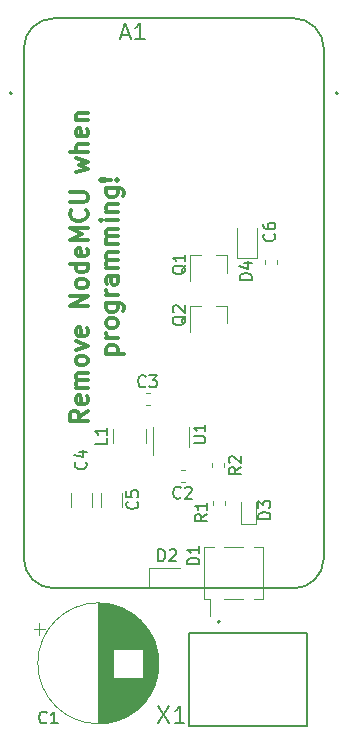
<source format=gto>
G04 #@! TF.GenerationSoftware,KiCad,Pcbnew,5.1.5+dfsg1-2build2*
G04 #@! TF.CreationDate,2022-10-24T00:29:02+02:00*
G04 #@! TF.ProjectId,MBus_to_radio,4d427573-5f74-46f5-9f72-6164696f2e6b,rev?*
G04 #@! TF.SameCoordinates,Original*
G04 #@! TF.FileFunction,Legend,Top*
G04 #@! TF.FilePolarity,Positive*
%FSLAX46Y46*%
G04 Gerber Fmt 4.6, Leading zero omitted, Abs format (unit mm)*
G04 Created by KiCad (PCBNEW 5.1.5+dfsg1-2build2) date 2022-10-24 00:29:02*
%MOMM*%
%LPD*%
G04 APERTURE LIST*
%ADD10C,0.300000*%
%ADD11C,0.200000*%
%ADD12C,0.127000*%
%ADD13C,0.120000*%
%ADD14C,0.150000*%
%ADD15C,2.202000*%
%ADD16R,2.202000X2.202000*%
%ADD17R,0.752000X1.322000*%
%ADD18C,0.100000*%
%ADD19R,0.902000X1.002000*%
%ADD20R,0.552000X0.702000*%
%ADD21R,0.802000X0.702000*%
%ADD22R,0.702000X0.552000*%
%ADD23R,0.902000X1.102000*%
%ADD24C,2.102000*%
%ADD25R,2.102000X2.102000*%
%ADD26C,3.302000*%
%ADD27C,2.032000*%
%ADD28R,2.032000X2.032000*%
G04 APERTURE END LIST*
D10*
X101917971Y-89102471D02*
X101203685Y-89602471D01*
X101917971Y-89959614D02*
X100417971Y-89959614D01*
X100417971Y-89388185D01*
X100489400Y-89245328D01*
X100560828Y-89173900D01*
X100703685Y-89102471D01*
X100917971Y-89102471D01*
X101060828Y-89173900D01*
X101132257Y-89245328D01*
X101203685Y-89388185D01*
X101203685Y-89959614D01*
X101846542Y-87888185D02*
X101917971Y-88031042D01*
X101917971Y-88316757D01*
X101846542Y-88459614D01*
X101703685Y-88531042D01*
X101132257Y-88531042D01*
X100989400Y-88459614D01*
X100917971Y-88316757D01*
X100917971Y-88031042D01*
X100989400Y-87888185D01*
X101132257Y-87816757D01*
X101275114Y-87816757D01*
X101417971Y-88531042D01*
X101917971Y-87173900D02*
X100917971Y-87173900D01*
X101060828Y-87173900D02*
X100989400Y-87102471D01*
X100917971Y-86959614D01*
X100917971Y-86745328D01*
X100989400Y-86602471D01*
X101132257Y-86531042D01*
X101917971Y-86531042D01*
X101132257Y-86531042D02*
X100989400Y-86459614D01*
X100917971Y-86316757D01*
X100917971Y-86102471D01*
X100989400Y-85959614D01*
X101132257Y-85888185D01*
X101917971Y-85888185D01*
X101917971Y-84959614D02*
X101846542Y-85102471D01*
X101775114Y-85173900D01*
X101632257Y-85245328D01*
X101203685Y-85245328D01*
X101060828Y-85173900D01*
X100989400Y-85102471D01*
X100917971Y-84959614D01*
X100917971Y-84745328D01*
X100989400Y-84602471D01*
X101060828Y-84531042D01*
X101203685Y-84459614D01*
X101632257Y-84459614D01*
X101775114Y-84531042D01*
X101846542Y-84602471D01*
X101917971Y-84745328D01*
X101917971Y-84959614D01*
X100917971Y-83959614D02*
X101917971Y-83602471D01*
X100917971Y-83245328D01*
X101846542Y-82102471D02*
X101917971Y-82245328D01*
X101917971Y-82531042D01*
X101846542Y-82673900D01*
X101703685Y-82745328D01*
X101132257Y-82745328D01*
X100989400Y-82673900D01*
X100917971Y-82531042D01*
X100917971Y-82245328D01*
X100989400Y-82102471D01*
X101132257Y-82031042D01*
X101275114Y-82031042D01*
X101417971Y-82745328D01*
X101917971Y-80245328D02*
X100417971Y-80245328D01*
X101917971Y-79388185D01*
X100417971Y-79388185D01*
X101917971Y-78459614D02*
X101846542Y-78602471D01*
X101775114Y-78673900D01*
X101632257Y-78745328D01*
X101203685Y-78745328D01*
X101060828Y-78673900D01*
X100989400Y-78602471D01*
X100917971Y-78459614D01*
X100917971Y-78245328D01*
X100989400Y-78102471D01*
X101060828Y-78031042D01*
X101203685Y-77959614D01*
X101632257Y-77959614D01*
X101775114Y-78031042D01*
X101846542Y-78102471D01*
X101917971Y-78245328D01*
X101917971Y-78459614D01*
X101917971Y-76673900D02*
X100417971Y-76673900D01*
X101846542Y-76673900D02*
X101917971Y-76816757D01*
X101917971Y-77102471D01*
X101846542Y-77245328D01*
X101775114Y-77316757D01*
X101632257Y-77388185D01*
X101203685Y-77388185D01*
X101060828Y-77316757D01*
X100989400Y-77245328D01*
X100917971Y-77102471D01*
X100917971Y-76816757D01*
X100989400Y-76673900D01*
X101846542Y-75388185D02*
X101917971Y-75531042D01*
X101917971Y-75816757D01*
X101846542Y-75959614D01*
X101703685Y-76031042D01*
X101132257Y-76031042D01*
X100989400Y-75959614D01*
X100917971Y-75816757D01*
X100917971Y-75531042D01*
X100989400Y-75388185D01*
X101132257Y-75316757D01*
X101275114Y-75316757D01*
X101417971Y-76031042D01*
X101917971Y-74673900D02*
X100417971Y-74673900D01*
X101489400Y-74173900D01*
X100417971Y-73673900D01*
X101917971Y-73673900D01*
X101775114Y-72102471D02*
X101846542Y-72173900D01*
X101917971Y-72388185D01*
X101917971Y-72531042D01*
X101846542Y-72745328D01*
X101703685Y-72888185D01*
X101560828Y-72959614D01*
X101275114Y-73031042D01*
X101060828Y-73031042D01*
X100775114Y-72959614D01*
X100632257Y-72888185D01*
X100489400Y-72745328D01*
X100417971Y-72531042D01*
X100417971Y-72388185D01*
X100489400Y-72173900D01*
X100560828Y-72102471D01*
X100417971Y-71459614D02*
X101632257Y-71459614D01*
X101775114Y-71388185D01*
X101846542Y-71316757D01*
X101917971Y-71173900D01*
X101917971Y-70888185D01*
X101846542Y-70745328D01*
X101775114Y-70673900D01*
X101632257Y-70602471D01*
X100417971Y-70602471D01*
X100917971Y-68888185D02*
X101917971Y-68602471D01*
X101203685Y-68316757D01*
X101917971Y-68031042D01*
X100917971Y-67745328D01*
X101917971Y-67173900D02*
X100417971Y-67173900D01*
X101917971Y-66531042D02*
X101132257Y-66531042D01*
X100989400Y-66602471D01*
X100917971Y-66745328D01*
X100917971Y-66959614D01*
X100989400Y-67102471D01*
X101060828Y-67173900D01*
X101846542Y-65245328D02*
X101917971Y-65388185D01*
X101917971Y-65673900D01*
X101846542Y-65816757D01*
X101703685Y-65888185D01*
X101132257Y-65888185D01*
X100989400Y-65816757D01*
X100917971Y-65673900D01*
X100917971Y-65388185D01*
X100989400Y-65245328D01*
X101132257Y-65173900D01*
X101275114Y-65173900D01*
X101417971Y-65888185D01*
X100917971Y-64531042D02*
X101917971Y-64531042D01*
X101060828Y-64531042D02*
X100989400Y-64459614D01*
X100917971Y-64316757D01*
X100917971Y-64102471D01*
X100989400Y-63959614D01*
X101132257Y-63888185D01*
X101917971Y-63888185D01*
X103467971Y-84281042D02*
X104967971Y-84281042D01*
X103539400Y-84281042D02*
X103467971Y-84138185D01*
X103467971Y-83852471D01*
X103539400Y-83709614D01*
X103610828Y-83638185D01*
X103753685Y-83566757D01*
X104182257Y-83566757D01*
X104325114Y-83638185D01*
X104396542Y-83709614D01*
X104467971Y-83852471D01*
X104467971Y-84138185D01*
X104396542Y-84281042D01*
X104467971Y-82923900D02*
X103467971Y-82923900D01*
X103753685Y-82923900D02*
X103610828Y-82852471D01*
X103539400Y-82781042D01*
X103467971Y-82638185D01*
X103467971Y-82495328D01*
X104467971Y-81781042D02*
X104396542Y-81923900D01*
X104325114Y-81995328D01*
X104182257Y-82066757D01*
X103753685Y-82066757D01*
X103610828Y-81995328D01*
X103539400Y-81923900D01*
X103467971Y-81781042D01*
X103467971Y-81566757D01*
X103539400Y-81423900D01*
X103610828Y-81352471D01*
X103753685Y-81281042D01*
X104182257Y-81281042D01*
X104325114Y-81352471D01*
X104396542Y-81423900D01*
X104467971Y-81566757D01*
X104467971Y-81781042D01*
X103467971Y-79995328D02*
X104682257Y-79995328D01*
X104825114Y-80066757D01*
X104896542Y-80138185D01*
X104967971Y-80281042D01*
X104967971Y-80495328D01*
X104896542Y-80638185D01*
X104396542Y-79995328D02*
X104467971Y-80138185D01*
X104467971Y-80423900D01*
X104396542Y-80566757D01*
X104325114Y-80638185D01*
X104182257Y-80709614D01*
X103753685Y-80709614D01*
X103610828Y-80638185D01*
X103539400Y-80566757D01*
X103467971Y-80423900D01*
X103467971Y-80138185D01*
X103539400Y-79995328D01*
X104467971Y-79281042D02*
X103467971Y-79281042D01*
X103753685Y-79281042D02*
X103610828Y-79209614D01*
X103539400Y-79138185D01*
X103467971Y-78995328D01*
X103467971Y-78852471D01*
X104467971Y-77709614D02*
X103682257Y-77709614D01*
X103539400Y-77781042D01*
X103467971Y-77923900D01*
X103467971Y-78209614D01*
X103539400Y-78352471D01*
X104396542Y-77709614D02*
X104467971Y-77852471D01*
X104467971Y-78209614D01*
X104396542Y-78352471D01*
X104253685Y-78423900D01*
X104110828Y-78423900D01*
X103967971Y-78352471D01*
X103896542Y-78209614D01*
X103896542Y-77852471D01*
X103825114Y-77709614D01*
X104467971Y-76995328D02*
X103467971Y-76995328D01*
X103610828Y-76995328D02*
X103539400Y-76923900D01*
X103467971Y-76781042D01*
X103467971Y-76566757D01*
X103539400Y-76423900D01*
X103682257Y-76352471D01*
X104467971Y-76352471D01*
X103682257Y-76352471D02*
X103539400Y-76281042D01*
X103467971Y-76138185D01*
X103467971Y-75923900D01*
X103539400Y-75781042D01*
X103682257Y-75709614D01*
X104467971Y-75709614D01*
X104467971Y-74995328D02*
X103467971Y-74995328D01*
X103610828Y-74995328D02*
X103539400Y-74923900D01*
X103467971Y-74781042D01*
X103467971Y-74566757D01*
X103539400Y-74423900D01*
X103682257Y-74352471D01*
X104467971Y-74352471D01*
X103682257Y-74352471D02*
X103539400Y-74281042D01*
X103467971Y-74138185D01*
X103467971Y-73923900D01*
X103539400Y-73781042D01*
X103682257Y-73709614D01*
X104467971Y-73709614D01*
X104467971Y-72995328D02*
X103467971Y-72995328D01*
X102967971Y-72995328D02*
X103039400Y-73066757D01*
X103110828Y-72995328D01*
X103039400Y-72923900D01*
X102967971Y-72995328D01*
X103110828Y-72995328D01*
X103467971Y-72281042D02*
X104467971Y-72281042D01*
X103610828Y-72281042D02*
X103539400Y-72209614D01*
X103467971Y-72066757D01*
X103467971Y-71852471D01*
X103539400Y-71709614D01*
X103682257Y-71638185D01*
X104467971Y-71638185D01*
X103467971Y-70281042D02*
X104682257Y-70281042D01*
X104825114Y-70352471D01*
X104896542Y-70423900D01*
X104967971Y-70566757D01*
X104967971Y-70781042D01*
X104896542Y-70923900D01*
X104396542Y-70281042D02*
X104467971Y-70423900D01*
X104467971Y-70709614D01*
X104396542Y-70852471D01*
X104325114Y-70923900D01*
X104182257Y-70995328D01*
X103753685Y-70995328D01*
X103610828Y-70923900D01*
X103539400Y-70852471D01*
X103467971Y-70709614D01*
X103467971Y-70423900D01*
X103539400Y-70281042D01*
X104325114Y-69566757D02*
X104396542Y-69495328D01*
X104467971Y-69566757D01*
X104396542Y-69638185D01*
X104325114Y-69566757D01*
X104467971Y-69566757D01*
X103896542Y-69566757D02*
X103039400Y-69638185D01*
X102967971Y-69566757D01*
X103039400Y-69495328D01*
X103896542Y-69566757D01*
X102967971Y-69566757D01*
D11*
X113130000Y-106960000D02*
G75*
G03X113130000Y-106960000I-100000J0D01*
G01*
D12*
X120530000Y-115760000D02*
X110530000Y-115760000D01*
X110530000Y-107960000D02*
X120530000Y-107960000D01*
X120530000Y-107960000D02*
X120530000Y-115760000D01*
X110530000Y-115760000D02*
X110530000Y-107960000D01*
D13*
X107481400Y-90447600D02*
X107481400Y-92877600D01*
X110551400Y-92207600D02*
X110551400Y-90447600D01*
X112494600Y-93563121D02*
X112494600Y-93888679D01*
X113514600Y-93563121D02*
X113514600Y-93888679D01*
X112520000Y-96788921D02*
X112520000Y-97114479D01*
X113540000Y-96788921D02*
X113540000Y-97114479D01*
X113759100Y-80240600D02*
X113759100Y-81700600D01*
X110599100Y-80240600D02*
X110599100Y-82400600D01*
X110599100Y-80240600D02*
X111529100Y-80240600D01*
X113759100Y-80240600D02*
X112829100Y-80240600D01*
X113759100Y-75944700D02*
X113759100Y-77404700D01*
X110599100Y-75944700D02*
X110599100Y-78104700D01*
X110599100Y-75944700D02*
X111529100Y-75944700D01*
X113759100Y-75944700D02*
X112829100Y-75944700D01*
X104113500Y-90657136D02*
X104113500Y-91861264D01*
X106833500Y-90657136D02*
X106833500Y-91861264D01*
X114567600Y-76188700D02*
X114567600Y-73638700D01*
X116267600Y-76188700D02*
X116267600Y-73638700D01*
X114567600Y-76188700D02*
X116267600Y-76188700D01*
X116144600Y-96821800D02*
X116144600Y-98671800D01*
X114944600Y-96821800D02*
X114944600Y-98671800D01*
X114944600Y-98671800D02*
X116144600Y-98671800D01*
X107161200Y-102388300D02*
X109711200Y-102388300D01*
X107161200Y-104088300D02*
X109711200Y-104088300D01*
X107161200Y-102388300D02*
X107161200Y-104088300D01*
X116800000Y-105070000D02*
X116000000Y-105070000D01*
X116800000Y-100670000D02*
X116800000Y-105070000D01*
X116000000Y-100670000D02*
X116800000Y-100670000D01*
X111800000Y-100670000D02*
X111800000Y-105070000D01*
X112600000Y-100670000D02*
X111800000Y-100670000D01*
X113500000Y-105070000D02*
X115100000Y-105070000D01*
X113500000Y-100670000D02*
X115100000Y-100670000D01*
X112300000Y-105070000D02*
X112300000Y-106470000D01*
X111800000Y-105070000D02*
X112300000Y-105070000D01*
X117934200Y-76667679D02*
X117934200Y-76342121D01*
X116914200Y-76667679D02*
X116914200Y-76342121D01*
X103026800Y-96041936D02*
X103026800Y-97246064D01*
X104846800Y-96041936D02*
X104846800Y-97246064D01*
X100512200Y-96041936D02*
X100512200Y-97246064D01*
X102332200Y-96041936D02*
X102332200Y-97246064D01*
X107223879Y-87577200D02*
X106898321Y-87577200D01*
X107223879Y-88597200D02*
X106898321Y-88597200D01*
X110132179Y-94155800D02*
X109806621Y-94155800D01*
X110132179Y-95175800D02*
X109806621Y-95175800D01*
X97850354Y-107115000D02*
X97850354Y-108115000D01*
X97350354Y-107615000D02*
X98350354Y-107615000D01*
X107911000Y-109891000D02*
X107911000Y-111089000D01*
X107871000Y-109628000D02*
X107871000Y-111352000D01*
X107831000Y-109428000D02*
X107831000Y-111552000D01*
X107791000Y-109260000D02*
X107791000Y-111720000D01*
X107751000Y-109112000D02*
X107751000Y-111868000D01*
X107711000Y-108980000D02*
X107711000Y-112000000D01*
X107671000Y-108860000D02*
X107671000Y-112120000D01*
X107631000Y-108748000D02*
X107631000Y-112232000D01*
X107591000Y-108644000D02*
X107591000Y-112336000D01*
X107551000Y-108546000D02*
X107551000Y-112434000D01*
X107511000Y-108453000D02*
X107511000Y-112527000D01*
X107471000Y-108365000D02*
X107471000Y-112615000D01*
X107431000Y-108281000D02*
X107431000Y-112699000D01*
X107391000Y-108201000D02*
X107391000Y-112779000D01*
X107351000Y-108125000D02*
X107351000Y-112855000D01*
X107311000Y-108051000D02*
X107311000Y-112929000D01*
X107271000Y-107980000D02*
X107271000Y-113000000D01*
X107231000Y-107911000D02*
X107231000Y-113069000D01*
X107191000Y-107845000D02*
X107191000Y-113135000D01*
X107151000Y-107781000D02*
X107151000Y-113199000D01*
X107111000Y-107720000D02*
X107111000Y-113260000D01*
X107071000Y-107660000D02*
X107071000Y-113320000D01*
X107031000Y-107601000D02*
X107031000Y-113379000D01*
X106991000Y-107545000D02*
X106991000Y-113435000D01*
X106951000Y-107490000D02*
X106951000Y-113490000D01*
X106911000Y-107436000D02*
X106911000Y-113544000D01*
X106871000Y-107384000D02*
X106871000Y-113596000D01*
X106831000Y-107334000D02*
X106831000Y-113646000D01*
X106791000Y-107284000D02*
X106791000Y-113696000D01*
X106751000Y-107236000D02*
X106751000Y-113744000D01*
X106711000Y-107189000D02*
X106711000Y-113791000D01*
X106671000Y-107143000D02*
X106671000Y-113837000D01*
X106631000Y-107098000D02*
X106631000Y-113882000D01*
X106591000Y-107054000D02*
X106591000Y-113926000D01*
X106551000Y-111731000D02*
X106551000Y-113968000D01*
X106551000Y-107012000D02*
X106551000Y-109249000D01*
X106511000Y-111731000D02*
X106511000Y-114010000D01*
X106511000Y-106970000D02*
X106511000Y-109249000D01*
X106471000Y-111731000D02*
X106471000Y-114051000D01*
X106471000Y-106929000D02*
X106471000Y-109249000D01*
X106431000Y-111731000D02*
X106431000Y-114091000D01*
X106431000Y-106889000D02*
X106431000Y-109249000D01*
X106391000Y-111731000D02*
X106391000Y-114130000D01*
X106391000Y-106850000D02*
X106391000Y-109249000D01*
X106351000Y-111731000D02*
X106351000Y-114169000D01*
X106351000Y-106811000D02*
X106351000Y-109249000D01*
X106311000Y-111731000D02*
X106311000Y-114206000D01*
X106311000Y-106774000D02*
X106311000Y-109249000D01*
X106271000Y-111731000D02*
X106271000Y-114243000D01*
X106271000Y-106737000D02*
X106271000Y-109249000D01*
X106231000Y-111731000D02*
X106231000Y-114279000D01*
X106231000Y-106701000D02*
X106231000Y-109249000D01*
X106191000Y-111731000D02*
X106191000Y-114314000D01*
X106191000Y-106666000D02*
X106191000Y-109249000D01*
X106151000Y-111731000D02*
X106151000Y-114348000D01*
X106151000Y-106632000D02*
X106151000Y-109249000D01*
X106111000Y-111731000D02*
X106111000Y-114382000D01*
X106111000Y-106598000D02*
X106111000Y-109249000D01*
X106071000Y-111731000D02*
X106071000Y-114415000D01*
X106071000Y-106565000D02*
X106071000Y-109249000D01*
X106031000Y-111731000D02*
X106031000Y-114447000D01*
X106031000Y-106533000D02*
X106031000Y-109249000D01*
X105991000Y-111731000D02*
X105991000Y-114479000D01*
X105991000Y-106501000D02*
X105991000Y-109249000D01*
X105951000Y-111731000D02*
X105951000Y-114510000D01*
X105951000Y-106470000D02*
X105951000Y-109249000D01*
X105911000Y-111731000D02*
X105911000Y-114540000D01*
X105911000Y-106440000D02*
X105911000Y-109249000D01*
X105871000Y-111731000D02*
X105871000Y-114570000D01*
X105871000Y-106410000D02*
X105871000Y-109249000D01*
X105831000Y-111731000D02*
X105831000Y-114600000D01*
X105831000Y-106380000D02*
X105831000Y-109249000D01*
X105791000Y-111731000D02*
X105791000Y-114628000D01*
X105791000Y-106352000D02*
X105791000Y-109249000D01*
X105751000Y-111731000D02*
X105751000Y-114656000D01*
X105751000Y-106324000D02*
X105751000Y-109249000D01*
X105711000Y-111731000D02*
X105711000Y-114684000D01*
X105711000Y-106296000D02*
X105711000Y-109249000D01*
X105671000Y-111731000D02*
X105671000Y-114711000D01*
X105671000Y-106269000D02*
X105671000Y-109249000D01*
X105631000Y-111731000D02*
X105631000Y-114737000D01*
X105631000Y-106243000D02*
X105631000Y-109249000D01*
X105591000Y-111731000D02*
X105591000Y-114763000D01*
X105591000Y-106217000D02*
X105591000Y-109249000D01*
X105551000Y-111731000D02*
X105551000Y-114788000D01*
X105551000Y-106192000D02*
X105551000Y-109249000D01*
X105511000Y-111731000D02*
X105511000Y-114813000D01*
X105511000Y-106167000D02*
X105511000Y-109249000D01*
X105471000Y-111731000D02*
X105471000Y-114837000D01*
X105471000Y-106143000D02*
X105471000Y-109249000D01*
X105431000Y-111731000D02*
X105431000Y-114861000D01*
X105431000Y-106119000D02*
X105431000Y-109249000D01*
X105391000Y-111731000D02*
X105391000Y-114885000D01*
X105391000Y-106095000D02*
X105391000Y-109249000D01*
X105351000Y-111731000D02*
X105351000Y-114907000D01*
X105351000Y-106073000D02*
X105351000Y-109249000D01*
X105311000Y-111731000D02*
X105311000Y-114930000D01*
X105311000Y-106050000D02*
X105311000Y-109249000D01*
X105271000Y-111731000D02*
X105271000Y-114952000D01*
X105271000Y-106028000D02*
X105271000Y-109249000D01*
X105231000Y-111731000D02*
X105231000Y-114973000D01*
X105231000Y-106007000D02*
X105231000Y-109249000D01*
X105191000Y-111731000D02*
X105191000Y-114994000D01*
X105191000Y-105986000D02*
X105191000Y-109249000D01*
X105151000Y-111731000D02*
X105151000Y-115015000D01*
X105151000Y-105965000D02*
X105151000Y-109249000D01*
X105111000Y-111731000D02*
X105111000Y-115035000D01*
X105111000Y-105945000D02*
X105111000Y-109249000D01*
X105071000Y-111731000D02*
X105071000Y-115054000D01*
X105071000Y-105926000D02*
X105071000Y-109249000D01*
X105031000Y-111731000D02*
X105031000Y-115074000D01*
X105031000Y-105906000D02*
X105031000Y-109249000D01*
X104991000Y-111731000D02*
X104991000Y-115093000D01*
X104991000Y-105887000D02*
X104991000Y-109249000D01*
X104951000Y-111731000D02*
X104951000Y-115111000D01*
X104951000Y-105869000D02*
X104951000Y-109249000D01*
X104911000Y-111731000D02*
X104911000Y-115129000D01*
X104911000Y-105851000D02*
X104911000Y-109249000D01*
X104871000Y-111731000D02*
X104871000Y-115147000D01*
X104871000Y-105833000D02*
X104871000Y-109249000D01*
X104831000Y-111731000D02*
X104831000Y-115164000D01*
X104831000Y-105816000D02*
X104831000Y-109249000D01*
X104791000Y-111731000D02*
X104791000Y-115180000D01*
X104791000Y-105800000D02*
X104791000Y-109249000D01*
X104751000Y-111731000D02*
X104751000Y-115197000D01*
X104751000Y-105783000D02*
X104751000Y-109249000D01*
X104711000Y-111731000D02*
X104711000Y-115213000D01*
X104711000Y-105767000D02*
X104711000Y-109249000D01*
X104671000Y-111731000D02*
X104671000Y-115228000D01*
X104671000Y-105752000D02*
X104671000Y-109249000D01*
X104631000Y-111731000D02*
X104631000Y-115244000D01*
X104631000Y-105736000D02*
X104631000Y-109249000D01*
X104591000Y-111731000D02*
X104591000Y-115258000D01*
X104591000Y-105722000D02*
X104591000Y-109249000D01*
X104551000Y-111731000D02*
X104551000Y-115273000D01*
X104551000Y-105707000D02*
X104551000Y-109249000D01*
X104511000Y-111731000D02*
X104511000Y-115287000D01*
X104511000Y-105693000D02*
X104511000Y-109249000D01*
X104471000Y-111731000D02*
X104471000Y-115301000D01*
X104471000Y-105679000D02*
X104471000Y-109249000D01*
X104431000Y-111731000D02*
X104431000Y-115314000D01*
X104431000Y-105666000D02*
X104431000Y-109249000D01*
X104391000Y-111731000D02*
X104391000Y-115327000D01*
X104391000Y-105653000D02*
X104391000Y-109249000D01*
X104351000Y-111731000D02*
X104351000Y-115340000D01*
X104351000Y-105640000D02*
X104351000Y-109249000D01*
X104311000Y-111731000D02*
X104311000Y-115352000D01*
X104311000Y-105628000D02*
X104311000Y-109249000D01*
X104271000Y-111731000D02*
X104271000Y-115364000D01*
X104271000Y-105616000D02*
X104271000Y-109249000D01*
X104231000Y-111731000D02*
X104231000Y-115375000D01*
X104231000Y-105605000D02*
X104231000Y-109249000D01*
X104191000Y-111731000D02*
X104191000Y-115387000D01*
X104191000Y-105593000D02*
X104191000Y-109249000D01*
X104151000Y-111731000D02*
X104151000Y-115397000D01*
X104151000Y-105583000D02*
X104151000Y-109249000D01*
X104111000Y-111731000D02*
X104111000Y-115408000D01*
X104111000Y-105572000D02*
X104111000Y-109249000D01*
X104071000Y-105562000D02*
X104071000Y-115418000D01*
X104031000Y-105552000D02*
X104031000Y-115428000D01*
X103991000Y-105543000D02*
X103991000Y-115437000D01*
X103951000Y-105534000D02*
X103951000Y-115446000D01*
X103911000Y-105525000D02*
X103911000Y-115455000D01*
X103871000Y-105516000D02*
X103871000Y-115464000D01*
X103831000Y-105508000D02*
X103831000Y-115472000D01*
X103791000Y-105500000D02*
X103791000Y-115480000D01*
X103751000Y-105493000D02*
X103751000Y-115487000D01*
X103711000Y-105486000D02*
X103711000Y-115494000D01*
X103671000Y-105479000D02*
X103671000Y-115501000D01*
X103631000Y-105472000D02*
X103631000Y-115508000D01*
X103591000Y-105466000D02*
X103591000Y-115514000D01*
X103551000Y-105460000D02*
X103551000Y-115520000D01*
X103510000Y-105455000D02*
X103510000Y-115525000D01*
X103470000Y-105450000D02*
X103470000Y-115530000D01*
X103430000Y-105445000D02*
X103430000Y-115535000D01*
X103390000Y-105440000D02*
X103390000Y-115540000D01*
X103350000Y-105436000D02*
X103350000Y-115544000D01*
X103310000Y-105432000D02*
X103310000Y-115548000D01*
X103270000Y-105428000D02*
X103270000Y-115552000D01*
X103230000Y-105425000D02*
X103230000Y-115555000D01*
X103190000Y-105422000D02*
X103190000Y-115558000D01*
X103150000Y-105420000D02*
X103150000Y-115560000D01*
X103110000Y-105417000D02*
X103110000Y-115563000D01*
X103070000Y-105415000D02*
X103070000Y-115565000D01*
X103030000Y-105413000D02*
X103030000Y-115567000D01*
X102990000Y-105412000D02*
X102990000Y-115568000D01*
X102950000Y-105411000D02*
X102950000Y-115569000D01*
X102910000Y-105410000D02*
X102910000Y-115570000D01*
X102870000Y-105410000D02*
X102870000Y-115570000D01*
X102830000Y-105410000D02*
X102830000Y-115570000D01*
X107950000Y-110490000D02*
G75*
G03X107950000Y-110490000I-5120000J0D01*
G01*
D11*
X123130000Y-62230000D02*
G75*
G03X123130000Y-62230000I-100000J0D01*
G01*
X95510000Y-62230000D02*
G75*
G03X95510000Y-62230000I-100000J0D01*
G01*
D12*
X119380000Y-104140000D02*
X99060000Y-104140000D01*
X121920000Y-101600000D02*
G75*
G02X119380000Y-104140000I-2540000J0D01*
G01*
X121920000Y-58420000D02*
X121920000Y-101600000D01*
X119380000Y-55880000D02*
G75*
G02X121920000Y-58420000I0J-2540000D01*
G01*
X96520000Y-101600000D02*
G75*
G03X99060000Y-104140000I2540000J0D01*
G01*
X99060000Y-55880000D02*
X119380000Y-55880000D01*
X96520000Y-58420000D02*
G75*
G02X99060000Y-55880000I2540000J0D01*
G01*
X96520000Y-101600000D02*
X96520000Y-58420000D01*
D14*
X107921566Y-114117533D02*
X108854900Y-115517533D01*
X108854900Y-114117533D02*
X107921566Y-115517533D01*
X110121566Y-115517533D02*
X109321566Y-115517533D01*
X109721566Y-115517533D02*
X109721566Y-114117533D01*
X109588233Y-114317533D01*
X109454900Y-114450866D01*
X109321566Y-114517533D01*
X110907580Y-91859004D02*
X111717104Y-91859004D01*
X111812342Y-91811385D01*
X111859961Y-91763766D01*
X111907580Y-91668528D01*
X111907580Y-91478052D01*
X111859961Y-91382814D01*
X111812342Y-91335195D01*
X111717104Y-91287576D01*
X110907580Y-91287576D01*
X111907580Y-90287576D02*
X111907580Y-90859004D01*
X111907580Y-90573290D02*
X110907580Y-90573290D01*
X111050438Y-90668528D01*
X111145676Y-90763766D01*
X111193295Y-90859004D01*
X114886980Y-93892566D02*
X114410790Y-94225900D01*
X114886980Y-94463995D02*
X113886980Y-94463995D01*
X113886980Y-94083042D01*
X113934600Y-93987804D01*
X113982219Y-93940185D01*
X114077457Y-93892566D01*
X114220314Y-93892566D01*
X114315552Y-93940185D01*
X114363171Y-93987804D01*
X114410790Y-94083042D01*
X114410790Y-94463995D01*
X113982219Y-93511614D02*
X113934600Y-93463995D01*
X113886980Y-93368757D01*
X113886980Y-93130661D01*
X113934600Y-93035423D01*
X113982219Y-92987804D01*
X114077457Y-92940185D01*
X114172695Y-92940185D01*
X114315552Y-92987804D01*
X114886980Y-93559233D01*
X114886980Y-92940185D01*
X112021880Y-97855066D02*
X111545690Y-98188400D01*
X112021880Y-98426495D02*
X111021880Y-98426495D01*
X111021880Y-98045542D01*
X111069500Y-97950304D01*
X111117119Y-97902685D01*
X111212357Y-97855066D01*
X111355214Y-97855066D01*
X111450452Y-97902685D01*
X111498071Y-97950304D01*
X111545690Y-98045542D01*
X111545690Y-98426495D01*
X112021880Y-96902685D02*
X112021880Y-97474114D01*
X112021880Y-97188400D02*
X111021880Y-97188400D01*
X111164738Y-97283638D01*
X111259976Y-97378876D01*
X111307595Y-97474114D01*
X110226719Y-81095838D02*
X110179100Y-81191076D01*
X110083861Y-81286314D01*
X109941004Y-81429171D01*
X109893385Y-81524409D01*
X109893385Y-81619647D01*
X110131480Y-81572028D02*
X110083861Y-81667266D01*
X109988623Y-81762504D01*
X109798147Y-81810123D01*
X109464814Y-81810123D01*
X109274338Y-81762504D01*
X109179100Y-81667266D01*
X109131480Y-81572028D01*
X109131480Y-81381552D01*
X109179100Y-81286314D01*
X109274338Y-81191076D01*
X109464814Y-81143457D01*
X109798147Y-81143457D01*
X109988623Y-81191076D01*
X110083861Y-81286314D01*
X110131480Y-81381552D01*
X110131480Y-81572028D01*
X109226719Y-80762504D02*
X109179100Y-80714885D01*
X109131480Y-80619647D01*
X109131480Y-80381552D01*
X109179100Y-80286314D01*
X109226719Y-80238695D01*
X109321957Y-80191076D01*
X109417195Y-80191076D01*
X109560052Y-80238695D01*
X110131480Y-80810123D01*
X110131480Y-80191076D01*
X110226719Y-76799938D02*
X110179100Y-76895176D01*
X110083861Y-76990414D01*
X109941004Y-77133271D01*
X109893385Y-77228509D01*
X109893385Y-77323747D01*
X110131480Y-77276128D02*
X110083861Y-77371366D01*
X109988623Y-77466604D01*
X109798147Y-77514223D01*
X109464814Y-77514223D01*
X109274338Y-77466604D01*
X109179100Y-77371366D01*
X109131480Y-77276128D01*
X109131480Y-77085652D01*
X109179100Y-76990414D01*
X109274338Y-76895176D01*
X109464814Y-76847557D01*
X109798147Y-76847557D01*
X109988623Y-76895176D01*
X110083861Y-76990414D01*
X110131480Y-77085652D01*
X110131480Y-77276128D01*
X110131480Y-75895176D02*
X110131480Y-76466604D01*
X110131480Y-76180890D02*
X109131480Y-76180890D01*
X109274338Y-76276128D01*
X109369576Y-76371366D01*
X109417195Y-76466604D01*
X103538280Y-91428866D02*
X103538280Y-91905057D01*
X102538280Y-91905057D01*
X103538280Y-90571723D02*
X103538280Y-91143152D01*
X103538280Y-90857438D02*
X102538280Y-90857438D01*
X102681138Y-90952676D01*
X102776376Y-91047914D01*
X102823995Y-91143152D01*
X115819180Y-78038895D02*
X114819180Y-78038895D01*
X114819180Y-77800800D01*
X114866800Y-77657942D01*
X114962038Y-77562704D01*
X115057276Y-77515085D01*
X115247752Y-77467466D01*
X115390609Y-77467466D01*
X115581085Y-77515085D01*
X115676323Y-77562704D01*
X115771561Y-77657942D01*
X115819180Y-77800800D01*
X115819180Y-78038895D01*
X115152514Y-76610323D02*
X115819180Y-76610323D01*
X114771561Y-76848419D02*
X115485847Y-77086514D01*
X115485847Y-76467466D01*
X117393980Y-98248695D02*
X116393980Y-98248695D01*
X116393980Y-98010600D01*
X116441600Y-97867742D01*
X116536838Y-97772504D01*
X116632076Y-97724885D01*
X116822552Y-97677266D01*
X116965409Y-97677266D01*
X117155885Y-97724885D01*
X117251123Y-97772504D01*
X117346361Y-97867742D01*
X117393980Y-98010600D01*
X117393980Y-98248695D01*
X116393980Y-97343933D02*
X116393980Y-96724885D01*
X116774933Y-97058219D01*
X116774933Y-96915361D01*
X116822552Y-96820123D01*
X116870171Y-96772504D01*
X116965409Y-96724885D01*
X117203504Y-96724885D01*
X117298742Y-96772504D01*
X117346361Y-96820123D01*
X117393980Y-96915361D01*
X117393980Y-97201076D01*
X117346361Y-97296314D01*
X117298742Y-97343933D01*
X107923104Y-101840680D02*
X107923104Y-100840680D01*
X108161200Y-100840680D01*
X108304057Y-100888300D01*
X108399295Y-100983538D01*
X108446914Y-101078776D01*
X108494533Y-101269252D01*
X108494533Y-101412109D01*
X108446914Y-101602585D01*
X108399295Y-101697823D01*
X108304057Y-101793061D01*
X108161200Y-101840680D01*
X107923104Y-101840680D01*
X108875485Y-100935919D02*
X108923104Y-100888300D01*
X109018342Y-100840680D01*
X109256438Y-100840680D01*
X109351676Y-100888300D01*
X109399295Y-100935919D01*
X109446914Y-101031157D01*
X109446914Y-101126395D01*
X109399295Y-101269252D01*
X108827866Y-101840680D01*
X109446914Y-101840680D01*
X111374180Y-102109495D02*
X110374180Y-102109495D01*
X110374180Y-101871400D01*
X110421800Y-101728542D01*
X110517038Y-101633304D01*
X110612276Y-101585685D01*
X110802752Y-101538066D01*
X110945609Y-101538066D01*
X111136085Y-101585685D01*
X111231323Y-101633304D01*
X111326561Y-101728542D01*
X111374180Y-101871400D01*
X111374180Y-102109495D01*
X111374180Y-100585685D02*
X111374180Y-101157114D01*
X111374180Y-100871400D02*
X110374180Y-100871400D01*
X110517038Y-100966638D01*
X110612276Y-101061876D01*
X110659895Y-101157114D01*
X117705142Y-74144166D02*
X117752761Y-74191785D01*
X117800380Y-74334642D01*
X117800380Y-74429880D01*
X117752761Y-74572738D01*
X117657523Y-74667976D01*
X117562285Y-74715595D01*
X117371809Y-74763214D01*
X117228952Y-74763214D01*
X117038476Y-74715595D01*
X116943238Y-74667976D01*
X116848000Y-74572738D01*
X116800380Y-74429880D01*
X116800380Y-74334642D01*
X116848000Y-74191785D01*
X116895619Y-74144166D01*
X116800380Y-73287023D02*
X116800380Y-73477500D01*
X116848000Y-73572738D01*
X116895619Y-73620357D01*
X117038476Y-73715595D01*
X117228952Y-73763214D01*
X117609904Y-73763214D01*
X117705142Y-73715595D01*
X117752761Y-73667976D01*
X117800380Y-73572738D01*
X117800380Y-73382261D01*
X117752761Y-73287023D01*
X117705142Y-73239404D01*
X117609904Y-73191785D01*
X117371809Y-73191785D01*
X117276571Y-73239404D01*
X117228952Y-73287023D01*
X117181333Y-73382261D01*
X117181333Y-73572738D01*
X117228952Y-73667976D01*
X117276571Y-73715595D01*
X117371809Y-73763214D01*
X106113942Y-96810666D02*
X106161561Y-96858285D01*
X106209180Y-97001142D01*
X106209180Y-97096380D01*
X106161561Y-97239238D01*
X106066323Y-97334476D01*
X105971085Y-97382095D01*
X105780609Y-97429714D01*
X105637752Y-97429714D01*
X105447276Y-97382095D01*
X105352038Y-97334476D01*
X105256800Y-97239238D01*
X105209180Y-97096380D01*
X105209180Y-97001142D01*
X105256800Y-96858285D01*
X105304419Y-96810666D01*
X105209180Y-95905904D02*
X105209180Y-96382095D01*
X105685371Y-96429714D01*
X105637752Y-96382095D01*
X105590133Y-96286857D01*
X105590133Y-96048761D01*
X105637752Y-95953523D01*
X105685371Y-95905904D01*
X105780609Y-95858285D01*
X106018704Y-95858285D01*
X106113942Y-95905904D01*
X106161561Y-95953523D01*
X106209180Y-96048761D01*
X106209180Y-96286857D01*
X106161561Y-96382095D01*
X106113942Y-96429714D01*
X101753942Y-93448166D02*
X101801561Y-93495785D01*
X101849180Y-93638642D01*
X101849180Y-93733880D01*
X101801561Y-93876738D01*
X101706323Y-93971976D01*
X101611085Y-94019595D01*
X101420609Y-94067214D01*
X101277752Y-94067214D01*
X101087276Y-94019595D01*
X100992038Y-93971976D01*
X100896800Y-93876738D01*
X100849180Y-93733880D01*
X100849180Y-93638642D01*
X100896800Y-93495785D01*
X100944419Y-93448166D01*
X101182514Y-92591023D02*
X101849180Y-92591023D01*
X100801561Y-92829119D02*
X101515847Y-93067214D01*
X101515847Y-92448166D01*
X106830833Y-87021942D02*
X106783214Y-87069561D01*
X106640357Y-87117180D01*
X106545119Y-87117180D01*
X106402261Y-87069561D01*
X106307023Y-86974323D01*
X106259404Y-86879085D01*
X106211785Y-86688609D01*
X106211785Y-86545752D01*
X106259404Y-86355276D01*
X106307023Y-86260038D01*
X106402261Y-86164800D01*
X106545119Y-86117180D01*
X106640357Y-86117180D01*
X106783214Y-86164800D01*
X106830833Y-86212419D01*
X107164166Y-86117180D02*
X107783214Y-86117180D01*
X107449880Y-86498133D01*
X107592738Y-86498133D01*
X107687976Y-86545752D01*
X107735595Y-86593371D01*
X107783214Y-86688609D01*
X107783214Y-86926704D01*
X107735595Y-87021942D01*
X107687976Y-87069561D01*
X107592738Y-87117180D01*
X107307023Y-87117180D01*
X107211785Y-87069561D01*
X107164166Y-87021942D01*
X109802733Y-96452942D02*
X109755114Y-96500561D01*
X109612257Y-96548180D01*
X109517019Y-96548180D01*
X109374161Y-96500561D01*
X109278923Y-96405323D01*
X109231304Y-96310085D01*
X109183685Y-96119609D01*
X109183685Y-95976752D01*
X109231304Y-95786276D01*
X109278923Y-95691038D01*
X109374161Y-95595800D01*
X109517019Y-95548180D01*
X109612257Y-95548180D01*
X109755114Y-95595800D01*
X109802733Y-95643419D01*
X110183685Y-95643419D02*
X110231304Y-95595800D01*
X110326542Y-95548180D01*
X110564638Y-95548180D01*
X110659876Y-95595800D01*
X110707495Y-95643419D01*
X110755114Y-95738657D01*
X110755114Y-95833895D01*
X110707495Y-95976752D01*
X110136066Y-96548180D01*
X110755114Y-96548180D01*
X98448833Y-115482642D02*
X98401214Y-115530261D01*
X98258357Y-115577880D01*
X98163119Y-115577880D01*
X98020261Y-115530261D01*
X97925023Y-115435023D01*
X97877404Y-115339785D01*
X97829785Y-115149309D01*
X97829785Y-115006452D01*
X97877404Y-114815976D01*
X97925023Y-114720738D01*
X98020261Y-114625500D01*
X98163119Y-114577880D01*
X98258357Y-114577880D01*
X98401214Y-114625500D01*
X98448833Y-114673119D01*
X99401214Y-115577880D02*
X98829785Y-115577880D01*
X99115500Y-115577880D02*
X99115500Y-114577880D01*
X99020261Y-114720738D01*
X98925023Y-114815976D01*
X98829785Y-114863595D01*
X104765600Y-57269033D02*
X105432266Y-57269033D01*
X104632266Y-57669033D02*
X105098933Y-56269033D01*
X105565600Y-57669033D01*
X106765600Y-57669033D02*
X105965600Y-57669033D01*
X106365600Y-57669033D02*
X106365600Y-56269033D01*
X106232266Y-56469033D01*
X106098933Y-56602366D01*
X105965600Y-56669033D01*
%LPC*%
D15*
X118030000Y-111760000D03*
D16*
X113030000Y-111760000D03*
D17*
X108041400Y-90017600D03*
X108991400Y-90017600D03*
X109941400Y-90017600D03*
X109941400Y-92637600D03*
X108991400Y-92637600D03*
X108041400Y-92637600D03*
D18*
G36*
X113310291Y-94026076D02*
G01*
X113334001Y-94029593D01*
X113357252Y-94035417D01*
X113379820Y-94043492D01*
X113401489Y-94053741D01*
X113422048Y-94066064D01*
X113441301Y-94080342D01*
X113459061Y-94096439D01*
X113475158Y-94114199D01*
X113489436Y-94133452D01*
X113501759Y-94154011D01*
X113512008Y-94175680D01*
X113520083Y-94198248D01*
X113525907Y-94221499D01*
X113529424Y-94245209D01*
X113530600Y-94269150D01*
X113530600Y-94757650D01*
X113529424Y-94781591D01*
X113525907Y-94805301D01*
X113520083Y-94828552D01*
X113512008Y-94851120D01*
X113501759Y-94872789D01*
X113489436Y-94893348D01*
X113475158Y-94912601D01*
X113459061Y-94930361D01*
X113441301Y-94946458D01*
X113422048Y-94960736D01*
X113401489Y-94973059D01*
X113379820Y-94983308D01*
X113357252Y-94991383D01*
X113334001Y-94997207D01*
X113310291Y-95000724D01*
X113286350Y-95001900D01*
X112722850Y-95001900D01*
X112698909Y-95000724D01*
X112675199Y-94997207D01*
X112651948Y-94991383D01*
X112629380Y-94983308D01*
X112607711Y-94973059D01*
X112587152Y-94960736D01*
X112567899Y-94946458D01*
X112550139Y-94930361D01*
X112534042Y-94912601D01*
X112519764Y-94893348D01*
X112507441Y-94872789D01*
X112497192Y-94851120D01*
X112489117Y-94828552D01*
X112483293Y-94805301D01*
X112479776Y-94781591D01*
X112478600Y-94757650D01*
X112478600Y-94269150D01*
X112479776Y-94245209D01*
X112483293Y-94221499D01*
X112489117Y-94198248D01*
X112497192Y-94175680D01*
X112507441Y-94154011D01*
X112519764Y-94133452D01*
X112534042Y-94114199D01*
X112550139Y-94096439D01*
X112567899Y-94080342D01*
X112587152Y-94066064D01*
X112607711Y-94053741D01*
X112629380Y-94043492D01*
X112651948Y-94035417D01*
X112675199Y-94029593D01*
X112698909Y-94026076D01*
X112722850Y-94024900D01*
X113286350Y-94024900D01*
X113310291Y-94026076D01*
G37*
G36*
X113310291Y-92451076D02*
G01*
X113334001Y-92454593D01*
X113357252Y-92460417D01*
X113379820Y-92468492D01*
X113401489Y-92478741D01*
X113422048Y-92491064D01*
X113441301Y-92505342D01*
X113459061Y-92521439D01*
X113475158Y-92539199D01*
X113489436Y-92558452D01*
X113501759Y-92579011D01*
X113512008Y-92600680D01*
X113520083Y-92623248D01*
X113525907Y-92646499D01*
X113529424Y-92670209D01*
X113530600Y-92694150D01*
X113530600Y-93182650D01*
X113529424Y-93206591D01*
X113525907Y-93230301D01*
X113520083Y-93253552D01*
X113512008Y-93276120D01*
X113501759Y-93297789D01*
X113489436Y-93318348D01*
X113475158Y-93337601D01*
X113459061Y-93355361D01*
X113441301Y-93371458D01*
X113422048Y-93385736D01*
X113401489Y-93398059D01*
X113379820Y-93408308D01*
X113357252Y-93416383D01*
X113334001Y-93422207D01*
X113310291Y-93425724D01*
X113286350Y-93426900D01*
X112722850Y-93426900D01*
X112698909Y-93425724D01*
X112675199Y-93422207D01*
X112651948Y-93416383D01*
X112629380Y-93408308D01*
X112607711Y-93398059D01*
X112587152Y-93385736D01*
X112567899Y-93371458D01*
X112550139Y-93355361D01*
X112534042Y-93337601D01*
X112519764Y-93318348D01*
X112507441Y-93297789D01*
X112497192Y-93276120D01*
X112489117Y-93253552D01*
X112483293Y-93230301D01*
X112479776Y-93206591D01*
X112478600Y-93182650D01*
X112478600Y-92694150D01*
X112479776Y-92670209D01*
X112483293Y-92646499D01*
X112489117Y-92623248D01*
X112497192Y-92600680D01*
X112507441Y-92579011D01*
X112519764Y-92558452D01*
X112534042Y-92539199D01*
X112550139Y-92521439D01*
X112567899Y-92505342D01*
X112587152Y-92491064D01*
X112607711Y-92478741D01*
X112629380Y-92468492D01*
X112651948Y-92460417D01*
X112675199Y-92454593D01*
X112698909Y-92451076D01*
X112722850Y-92449900D01*
X113286350Y-92449900D01*
X113310291Y-92451076D01*
G37*
G36*
X113335691Y-97251876D02*
G01*
X113359401Y-97255393D01*
X113382652Y-97261217D01*
X113405220Y-97269292D01*
X113426889Y-97279541D01*
X113447448Y-97291864D01*
X113466701Y-97306142D01*
X113484461Y-97322239D01*
X113500558Y-97339999D01*
X113514836Y-97359252D01*
X113527159Y-97379811D01*
X113537408Y-97401480D01*
X113545483Y-97424048D01*
X113551307Y-97447299D01*
X113554824Y-97471009D01*
X113556000Y-97494950D01*
X113556000Y-97983450D01*
X113554824Y-98007391D01*
X113551307Y-98031101D01*
X113545483Y-98054352D01*
X113537408Y-98076920D01*
X113527159Y-98098589D01*
X113514836Y-98119148D01*
X113500558Y-98138401D01*
X113484461Y-98156161D01*
X113466701Y-98172258D01*
X113447448Y-98186536D01*
X113426889Y-98198859D01*
X113405220Y-98209108D01*
X113382652Y-98217183D01*
X113359401Y-98223007D01*
X113335691Y-98226524D01*
X113311750Y-98227700D01*
X112748250Y-98227700D01*
X112724309Y-98226524D01*
X112700599Y-98223007D01*
X112677348Y-98217183D01*
X112654780Y-98209108D01*
X112633111Y-98198859D01*
X112612552Y-98186536D01*
X112593299Y-98172258D01*
X112575539Y-98156161D01*
X112559442Y-98138401D01*
X112545164Y-98119148D01*
X112532841Y-98098589D01*
X112522592Y-98076920D01*
X112514517Y-98054352D01*
X112508693Y-98031101D01*
X112505176Y-98007391D01*
X112504000Y-97983450D01*
X112504000Y-97494950D01*
X112505176Y-97471009D01*
X112508693Y-97447299D01*
X112514517Y-97424048D01*
X112522592Y-97401480D01*
X112532841Y-97379811D01*
X112545164Y-97359252D01*
X112559442Y-97339999D01*
X112575539Y-97322239D01*
X112593299Y-97306142D01*
X112612552Y-97291864D01*
X112633111Y-97279541D01*
X112654780Y-97269292D01*
X112677348Y-97261217D01*
X112700599Y-97255393D01*
X112724309Y-97251876D01*
X112748250Y-97250700D01*
X113311750Y-97250700D01*
X113335691Y-97251876D01*
G37*
G36*
X113335691Y-95676876D02*
G01*
X113359401Y-95680393D01*
X113382652Y-95686217D01*
X113405220Y-95694292D01*
X113426889Y-95704541D01*
X113447448Y-95716864D01*
X113466701Y-95731142D01*
X113484461Y-95747239D01*
X113500558Y-95764999D01*
X113514836Y-95784252D01*
X113527159Y-95804811D01*
X113537408Y-95826480D01*
X113545483Y-95849048D01*
X113551307Y-95872299D01*
X113554824Y-95896009D01*
X113556000Y-95919950D01*
X113556000Y-96408450D01*
X113554824Y-96432391D01*
X113551307Y-96456101D01*
X113545483Y-96479352D01*
X113537408Y-96501920D01*
X113527159Y-96523589D01*
X113514836Y-96544148D01*
X113500558Y-96563401D01*
X113484461Y-96581161D01*
X113466701Y-96597258D01*
X113447448Y-96611536D01*
X113426889Y-96623859D01*
X113405220Y-96634108D01*
X113382652Y-96642183D01*
X113359401Y-96648007D01*
X113335691Y-96651524D01*
X113311750Y-96652700D01*
X112748250Y-96652700D01*
X112724309Y-96651524D01*
X112700599Y-96648007D01*
X112677348Y-96642183D01*
X112654780Y-96634108D01*
X112633111Y-96623859D01*
X112612552Y-96611536D01*
X112593299Y-96597258D01*
X112575539Y-96581161D01*
X112559442Y-96563401D01*
X112545164Y-96544148D01*
X112532841Y-96523589D01*
X112522592Y-96501920D01*
X112514517Y-96479352D01*
X112508693Y-96456101D01*
X112505176Y-96432391D01*
X112504000Y-96408450D01*
X112504000Y-95919950D01*
X112505176Y-95896009D01*
X112508693Y-95872299D01*
X112514517Y-95849048D01*
X112522592Y-95826480D01*
X112532841Y-95804811D01*
X112545164Y-95784252D01*
X112559442Y-95764999D01*
X112575539Y-95747239D01*
X112593299Y-95731142D01*
X112612552Y-95716864D01*
X112633111Y-95704541D01*
X112654780Y-95694292D01*
X112677348Y-95686217D01*
X112700599Y-95680393D01*
X112724309Y-95676876D01*
X112748250Y-95675700D01*
X113311750Y-95675700D01*
X113335691Y-95676876D01*
G37*
D19*
X112179100Y-80000600D03*
X113129100Y-82000600D03*
X111229100Y-82000600D03*
X112179100Y-75704700D03*
X113129100Y-77704700D03*
X111229100Y-77704700D03*
D18*
G36*
X106605604Y-91984502D02*
G01*
X106631852Y-91988396D01*
X106657593Y-91994843D01*
X106682578Y-92003783D01*
X106706566Y-92015128D01*
X106729326Y-92028771D01*
X106750640Y-92044578D01*
X106770302Y-92062398D01*
X106788122Y-92082060D01*
X106803929Y-92103374D01*
X106817572Y-92126134D01*
X106828917Y-92150122D01*
X106837857Y-92175107D01*
X106844304Y-92200848D01*
X106848198Y-92227096D01*
X106849500Y-92253600D01*
X106849500Y-93064800D01*
X106848198Y-93091304D01*
X106844304Y-93117552D01*
X106837857Y-93143293D01*
X106828917Y-93168278D01*
X106817572Y-93192266D01*
X106803929Y-93215026D01*
X106788122Y-93236340D01*
X106770302Y-93256002D01*
X106750640Y-93273822D01*
X106729326Y-93289629D01*
X106706566Y-93303272D01*
X106682578Y-93314617D01*
X106657593Y-93323557D01*
X106631852Y-93330004D01*
X106605604Y-93333898D01*
X106579100Y-93335200D01*
X104367900Y-93335200D01*
X104341396Y-93333898D01*
X104315148Y-93330004D01*
X104289407Y-93323557D01*
X104264422Y-93314617D01*
X104240434Y-93303272D01*
X104217674Y-93289629D01*
X104196360Y-93273822D01*
X104176698Y-93256002D01*
X104158878Y-93236340D01*
X104143071Y-93215026D01*
X104129428Y-93192266D01*
X104118083Y-93168278D01*
X104109143Y-93143293D01*
X104102696Y-93117552D01*
X104098802Y-93091304D01*
X104097500Y-93064800D01*
X104097500Y-92253600D01*
X104098802Y-92227096D01*
X104102696Y-92200848D01*
X104109143Y-92175107D01*
X104118083Y-92150122D01*
X104129428Y-92126134D01*
X104143071Y-92103374D01*
X104158878Y-92082060D01*
X104176698Y-92062398D01*
X104196360Y-92044578D01*
X104217674Y-92028771D01*
X104240434Y-92015128D01*
X104264422Y-92003783D01*
X104289407Y-91994843D01*
X104315148Y-91988396D01*
X104341396Y-91984502D01*
X104367900Y-91983200D01*
X106579100Y-91983200D01*
X106605604Y-91984502D01*
G37*
G36*
X106605604Y-89184502D02*
G01*
X106631852Y-89188396D01*
X106657593Y-89194843D01*
X106682578Y-89203783D01*
X106706566Y-89215128D01*
X106729326Y-89228771D01*
X106750640Y-89244578D01*
X106770302Y-89262398D01*
X106788122Y-89282060D01*
X106803929Y-89303374D01*
X106817572Y-89326134D01*
X106828917Y-89350122D01*
X106837857Y-89375107D01*
X106844304Y-89400848D01*
X106848198Y-89427096D01*
X106849500Y-89453600D01*
X106849500Y-90264800D01*
X106848198Y-90291304D01*
X106844304Y-90317552D01*
X106837857Y-90343293D01*
X106828917Y-90368278D01*
X106817572Y-90392266D01*
X106803929Y-90415026D01*
X106788122Y-90436340D01*
X106770302Y-90456002D01*
X106750640Y-90473822D01*
X106729326Y-90489629D01*
X106706566Y-90503272D01*
X106682578Y-90514617D01*
X106657593Y-90523557D01*
X106631852Y-90530004D01*
X106605604Y-90533898D01*
X106579100Y-90535200D01*
X104367900Y-90535200D01*
X104341396Y-90533898D01*
X104315148Y-90530004D01*
X104289407Y-90523557D01*
X104264422Y-90514617D01*
X104240434Y-90503272D01*
X104217674Y-90489629D01*
X104196360Y-90473822D01*
X104176698Y-90456002D01*
X104158878Y-90436340D01*
X104143071Y-90415026D01*
X104129428Y-90392266D01*
X104118083Y-90368278D01*
X104109143Y-90343293D01*
X104102696Y-90317552D01*
X104098802Y-90291304D01*
X104097500Y-90264800D01*
X104097500Y-89453600D01*
X104098802Y-89427096D01*
X104102696Y-89400848D01*
X104109143Y-89375107D01*
X104118083Y-89350122D01*
X104129428Y-89326134D01*
X104143071Y-89303374D01*
X104158878Y-89282060D01*
X104176698Y-89262398D01*
X104196360Y-89244578D01*
X104217674Y-89228771D01*
X104240434Y-89215128D01*
X104264422Y-89203783D01*
X104289407Y-89194843D01*
X104315148Y-89188396D01*
X104341396Y-89184502D01*
X104367900Y-89183200D01*
X106579100Y-89183200D01*
X106605604Y-89184502D01*
G37*
D20*
X115417600Y-73638700D03*
X115417600Y-75738700D03*
D21*
X115544600Y-98221800D03*
X115544600Y-96821800D03*
D22*
X109711200Y-103238300D03*
X107611200Y-103238300D03*
D23*
X113030000Y-99795000D03*
X115570000Y-99795000D03*
X115570000Y-105945000D03*
X113030000Y-105945000D03*
D18*
G36*
X117729891Y-75230076D02*
G01*
X117753601Y-75233593D01*
X117776852Y-75239417D01*
X117799420Y-75247492D01*
X117821089Y-75257741D01*
X117841648Y-75270064D01*
X117860901Y-75284342D01*
X117878661Y-75300439D01*
X117894758Y-75318199D01*
X117909036Y-75337452D01*
X117921359Y-75358011D01*
X117931608Y-75379680D01*
X117939683Y-75402248D01*
X117945507Y-75425499D01*
X117949024Y-75449209D01*
X117950200Y-75473150D01*
X117950200Y-75961650D01*
X117949024Y-75985591D01*
X117945507Y-76009301D01*
X117939683Y-76032552D01*
X117931608Y-76055120D01*
X117921359Y-76076789D01*
X117909036Y-76097348D01*
X117894758Y-76116601D01*
X117878661Y-76134361D01*
X117860901Y-76150458D01*
X117841648Y-76164736D01*
X117821089Y-76177059D01*
X117799420Y-76187308D01*
X117776852Y-76195383D01*
X117753601Y-76201207D01*
X117729891Y-76204724D01*
X117705950Y-76205900D01*
X117142450Y-76205900D01*
X117118509Y-76204724D01*
X117094799Y-76201207D01*
X117071548Y-76195383D01*
X117048980Y-76187308D01*
X117027311Y-76177059D01*
X117006752Y-76164736D01*
X116987499Y-76150458D01*
X116969739Y-76134361D01*
X116953642Y-76116601D01*
X116939364Y-76097348D01*
X116927041Y-76076789D01*
X116916792Y-76055120D01*
X116908717Y-76032552D01*
X116902893Y-76009301D01*
X116899376Y-75985591D01*
X116898200Y-75961650D01*
X116898200Y-75473150D01*
X116899376Y-75449209D01*
X116902893Y-75425499D01*
X116908717Y-75402248D01*
X116916792Y-75379680D01*
X116927041Y-75358011D01*
X116939364Y-75337452D01*
X116953642Y-75318199D01*
X116969739Y-75300439D01*
X116987499Y-75284342D01*
X117006752Y-75270064D01*
X117027311Y-75257741D01*
X117048980Y-75247492D01*
X117071548Y-75239417D01*
X117094799Y-75233593D01*
X117118509Y-75230076D01*
X117142450Y-75228900D01*
X117705950Y-75228900D01*
X117729891Y-75230076D01*
G37*
G36*
X117729891Y-76805076D02*
G01*
X117753601Y-76808593D01*
X117776852Y-76814417D01*
X117799420Y-76822492D01*
X117821089Y-76832741D01*
X117841648Y-76845064D01*
X117860901Y-76859342D01*
X117878661Y-76875439D01*
X117894758Y-76893199D01*
X117909036Y-76912452D01*
X117921359Y-76933011D01*
X117931608Y-76954680D01*
X117939683Y-76977248D01*
X117945507Y-77000499D01*
X117949024Y-77024209D01*
X117950200Y-77048150D01*
X117950200Y-77536650D01*
X117949024Y-77560591D01*
X117945507Y-77584301D01*
X117939683Y-77607552D01*
X117931608Y-77630120D01*
X117921359Y-77651789D01*
X117909036Y-77672348D01*
X117894758Y-77691601D01*
X117878661Y-77709361D01*
X117860901Y-77725458D01*
X117841648Y-77739736D01*
X117821089Y-77752059D01*
X117799420Y-77762308D01*
X117776852Y-77770383D01*
X117753601Y-77776207D01*
X117729891Y-77779724D01*
X117705950Y-77780900D01*
X117142450Y-77780900D01*
X117118509Y-77779724D01*
X117094799Y-77776207D01*
X117071548Y-77770383D01*
X117048980Y-77762308D01*
X117027311Y-77752059D01*
X117006752Y-77739736D01*
X116987499Y-77725458D01*
X116969739Y-77709361D01*
X116953642Y-77691601D01*
X116939364Y-77672348D01*
X116927041Y-77651789D01*
X116916792Y-77630120D01*
X116908717Y-77607552D01*
X116902893Y-77584301D01*
X116899376Y-77560591D01*
X116898200Y-77536650D01*
X116898200Y-77048150D01*
X116899376Y-77024209D01*
X116902893Y-77000499D01*
X116908717Y-76977248D01*
X116916792Y-76954680D01*
X116927041Y-76933011D01*
X116939364Y-76912452D01*
X116953642Y-76893199D01*
X116969739Y-76875439D01*
X116987499Y-76859342D01*
X117006752Y-76845064D01*
X117027311Y-76832741D01*
X117048980Y-76822492D01*
X117071548Y-76814417D01*
X117094799Y-76808593D01*
X117118509Y-76805076D01*
X117142450Y-76803900D01*
X117705950Y-76803900D01*
X117729891Y-76805076D01*
G37*
G36*
X104618904Y-97369302D02*
G01*
X104645152Y-97373196D01*
X104670893Y-97379643D01*
X104695878Y-97388583D01*
X104719866Y-97399928D01*
X104742626Y-97413571D01*
X104763940Y-97429378D01*
X104783602Y-97447198D01*
X104801422Y-97466860D01*
X104817229Y-97488174D01*
X104830872Y-97510934D01*
X104842217Y-97534922D01*
X104851157Y-97559907D01*
X104857604Y-97585648D01*
X104861498Y-97611896D01*
X104862800Y-97638400D01*
X104862800Y-98449600D01*
X104861498Y-98476104D01*
X104857604Y-98502352D01*
X104851157Y-98528093D01*
X104842217Y-98553078D01*
X104830872Y-98577066D01*
X104817229Y-98599826D01*
X104801422Y-98621140D01*
X104783602Y-98640802D01*
X104763940Y-98658622D01*
X104742626Y-98674429D01*
X104719866Y-98688072D01*
X104695878Y-98699417D01*
X104670893Y-98708357D01*
X104645152Y-98714804D01*
X104618904Y-98718698D01*
X104592400Y-98720000D01*
X103281200Y-98720000D01*
X103254696Y-98718698D01*
X103228448Y-98714804D01*
X103202707Y-98708357D01*
X103177722Y-98699417D01*
X103153734Y-98688072D01*
X103130974Y-98674429D01*
X103109660Y-98658622D01*
X103089998Y-98640802D01*
X103072178Y-98621140D01*
X103056371Y-98599826D01*
X103042728Y-98577066D01*
X103031383Y-98553078D01*
X103022443Y-98528093D01*
X103015996Y-98502352D01*
X103012102Y-98476104D01*
X103010800Y-98449600D01*
X103010800Y-97638400D01*
X103012102Y-97611896D01*
X103015996Y-97585648D01*
X103022443Y-97559907D01*
X103031383Y-97534922D01*
X103042728Y-97510934D01*
X103056371Y-97488174D01*
X103072178Y-97466860D01*
X103089998Y-97447198D01*
X103109660Y-97429378D01*
X103130974Y-97413571D01*
X103153734Y-97399928D01*
X103177722Y-97388583D01*
X103202707Y-97379643D01*
X103228448Y-97373196D01*
X103254696Y-97369302D01*
X103281200Y-97368000D01*
X104592400Y-97368000D01*
X104618904Y-97369302D01*
G37*
G36*
X104618904Y-94569302D02*
G01*
X104645152Y-94573196D01*
X104670893Y-94579643D01*
X104695878Y-94588583D01*
X104719866Y-94599928D01*
X104742626Y-94613571D01*
X104763940Y-94629378D01*
X104783602Y-94647198D01*
X104801422Y-94666860D01*
X104817229Y-94688174D01*
X104830872Y-94710934D01*
X104842217Y-94734922D01*
X104851157Y-94759907D01*
X104857604Y-94785648D01*
X104861498Y-94811896D01*
X104862800Y-94838400D01*
X104862800Y-95649600D01*
X104861498Y-95676104D01*
X104857604Y-95702352D01*
X104851157Y-95728093D01*
X104842217Y-95753078D01*
X104830872Y-95777066D01*
X104817229Y-95799826D01*
X104801422Y-95821140D01*
X104783602Y-95840802D01*
X104763940Y-95858622D01*
X104742626Y-95874429D01*
X104719866Y-95888072D01*
X104695878Y-95899417D01*
X104670893Y-95908357D01*
X104645152Y-95914804D01*
X104618904Y-95918698D01*
X104592400Y-95920000D01*
X103281200Y-95920000D01*
X103254696Y-95918698D01*
X103228448Y-95914804D01*
X103202707Y-95908357D01*
X103177722Y-95899417D01*
X103153734Y-95888072D01*
X103130974Y-95874429D01*
X103109660Y-95858622D01*
X103089998Y-95840802D01*
X103072178Y-95821140D01*
X103056371Y-95799826D01*
X103042728Y-95777066D01*
X103031383Y-95753078D01*
X103022443Y-95728093D01*
X103015996Y-95702352D01*
X103012102Y-95676104D01*
X103010800Y-95649600D01*
X103010800Y-94838400D01*
X103012102Y-94811896D01*
X103015996Y-94785648D01*
X103022443Y-94759907D01*
X103031383Y-94734922D01*
X103042728Y-94710934D01*
X103056371Y-94688174D01*
X103072178Y-94666860D01*
X103089998Y-94647198D01*
X103109660Y-94629378D01*
X103130974Y-94613571D01*
X103153734Y-94599928D01*
X103177722Y-94588583D01*
X103202707Y-94579643D01*
X103228448Y-94573196D01*
X103254696Y-94569302D01*
X103281200Y-94568000D01*
X104592400Y-94568000D01*
X104618904Y-94569302D01*
G37*
G36*
X102104304Y-97369302D02*
G01*
X102130552Y-97373196D01*
X102156293Y-97379643D01*
X102181278Y-97388583D01*
X102205266Y-97399928D01*
X102228026Y-97413571D01*
X102249340Y-97429378D01*
X102269002Y-97447198D01*
X102286822Y-97466860D01*
X102302629Y-97488174D01*
X102316272Y-97510934D01*
X102327617Y-97534922D01*
X102336557Y-97559907D01*
X102343004Y-97585648D01*
X102346898Y-97611896D01*
X102348200Y-97638400D01*
X102348200Y-98449600D01*
X102346898Y-98476104D01*
X102343004Y-98502352D01*
X102336557Y-98528093D01*
X102327617Y-98553078D01*
X102316272Y-98577066D01*
X102302629Y-98599826D01*
X102286822Y-98621140D01*
X102269002Y-98640802D01*
X102249340Y-98658622D01*
X102228026Y-98674429D01*
X102205266Y-98688072D01*
X102181278Y-98699417D01*
X102156293Y-98708357D01*
X102130552Y-98714804D01*
X102104304Y-98718698D01*
X102077800Y-98720000D01*
X100766600Y-98720000D01*
X100740096Y-98718698D01*
X100713848Y-98714804D01*
X100688107Y-98708357D01*
X100663122Y-98699417D01*
X100639134Y-98688072D01*
X100616374Y-98674429D01*
X100595060Y-98658622D01*
X100575398Y-98640802D01*
X100557578Y-98621140D01*
X100541771Y-98599826D01*
X100528128Y-98577066D01*
X100516783Y-98553078D01*
X100507843Y-98528093D01*
X100501396Y-98502352D01*
X100497502Y-98476104D01*
X100496200Y-98449600D01*
X100496200Y-97638400D01*
X100497502Y-97611896D01*
X100501396Y-97585648D01*
X100507843Y-97559907D01*
X100516783Y-97534922D01*
X100528128Y-97510934D01*
X100541771Y-97488174D01*
X100557578Y-97466860D01*
X100575398Y-97447198D01*
X100595060Y-97429378D01*
X100616374Y-97413571D01*
X100639134Y-97399928D01*
X100663122Y-97388583D01*
X100688107Y-97379643D01*
X100713848Y-97373196D01*
X100740096Y-97369302D01*
X100766600Y-97368000D01*
X102077800Y-97368000D01*
X102104304Y-97369302D01*
G37*
G36*
X102104304Y-94569302D02*
G01*
X102130552Y-94573196D01*
X102156293Y-94579643D01*
X102181278Y-94588583D01*
X102205266Y-94599928D01*
X102228026Y-94613571D01*
X102249340Y-94629378D01*
X102269002Y-94647198D01*
X102286822Y-94666860D01*
X102302629Y-94688174D01*
X102316272Y-94710934D01*
X102327617Y-94734922D01*
X102336557Y-94759907D01*
X102343004Y-94785648D01*
X102346898Y-94811896D01*
X102348200Y-94838400D01*
X102348200Y-95649600D01*
X102346898Y-95676104D01*
X102343004Y-95702352D01*
X102336557Y-95728093D01*
X102327617Y-95753078D01*
X102316272Y-95777066D01*
X102302629Y-95799826D01*
X102286822Y-95821140D01*
X102269002Y-95840802D01*
X102249340Y-95858622D01*
X102228026Y-95874429D01*
X102205266Y-95888072D01*
X102181278Y-95899417D01*
X102156293Y-95908357D01*
X102130552Y-95914804D01*
X102104304Y-95918698D01*
X102077800Y-95920000D01*
X100766600Y-95920000D01*
X100740096Y-95918698D01*
X100713848Y-95914804D01*
X100688107Y-95908357D01*
X100663122Y-95899417D01*
X100639134Y-95888072D01*
X100616374Y-95874429D01*
X100595060Y-95858622D01*
X100575398Y-95840802D01*
X100557578Y-95821140D01*
X100541771Y-95799826D01*
X100528128Y-95777066D01*
X100516783Y-95753078D01*
X100507843Y-95728093D01*
X100501396Y-95702352D01*
X100497502Y-95676104D01*
X100496200Y-95649600D01*
X100496200Y-94838400D01*
X100497502Y-94811896D01*
X100501396Y-94785648D01*
X100507843Y-94759907D01*
X100516783Y-94734922D01*
X100528128Y-94710934D01*
X100541771Y-94688174D01*
X100557578Y-94666860D01*
X100575398Y-94647198D01*
X100595060Y-94629378D01*
X100616374Y-94613571D01*
X100639134Y-94599928D01*
X100663122Y-94588583D01*
X100688107Y-94579643D01*
X100713848Y-94573196D01*
X100740096Y-94569302D01*
X100766600Y-94568000D01*
X102077800Y-94568000D01*
X102104304Y-94569302D01*
G37*
G36*
X106541791Y-87562376D02*
G01*
X106565501Y-87565893D01*
X106588752Y-87571717D01*
X106611320Y-87579792D01*
X106632989Y-87590041D01*
X106653548Y-87602364D01*
X106672801Y-87616642D01*
X106690561Y-87632739D01*
X106706658Y-87650499D01*
X106720936Y-87669752D01*
X106733259Y-87690311D01*
X106743508Y-87711980D01*
X106751583Y-87734548D01*
X106757407Y-87757799D01*
X106760924Y-87781509D01*
X106762100Y-87805450D01*
X106762100Y-88368950D01*
X106760924Y-88392891D01*
X106757407Y-88416601D01*
X106751583Y-88439852D01*
X106743508Y-88462420D01*
X106733259Y-88484089D01*
X106720936Y-88504648D01*
X106706658Y-88523901D01*
X106690561Y-88541661D01*
X106672801Y-88557758D01*
X106653548Y-88572036D01*
X106632989Y-88584359D01*
X106611320Y-88594608D01*
X106588752Y-88602683D01*
X106565501Y-88608507D01*
X106541791Y-88612024D01*
X106517850Y-88613200D01*
X106029350Y-88613200D01*
X106005409Y-88612024D01*
X105981699Y-88608507D01*
X105958448Y-88602683D01*
X105935880Y-88594608D01*
X105914211Y-88584359D01*
X105893652Y-88572036D01*
X105874399Y-88557758D01*
X105856639Y-88541661D01*
X105840542Y-88523901D01*
X105826264Y-88504648D01*
X105813941Y-88484089D01*
X105803692Y-88462420D01*
X105795617Y-88439852D01*
X105789793Y-88416601D01*
X105786276Y-88392891D01*
X105785100Y-88368950D01*
X105785100Y-87805450D01*
X105786276Y-87781509D01*
X105789793Y-87757799D01*
X105795617Y-87734548D01*
X105803692Y-87711980D01*
X105813941Y-87690311D01*
X105826264Y-87669752D01*
X105840542Y-87650499D01*
X105856639Y-87632739D01*
X105874399Y-87616642D01*
X105893652Y-87602364D01*
X105914211Y-87590041D01*
X105935880Y-87579792D01*
X105958448Y-87571717D01*
X105981699Y-87565893D01*
X106005409Y-87562376D01*
X106029350Y-87561200D01*
X106517850Y-87561200D01*
X106541791Y-87562376D01*
G37*
G36*
X108116791Y-87562376D02*
G01*
X108140501Y-87565893D01*
X108163752Y-87571717D01*
X108186320Y-87579792D01*
X108207989Y-87590041D01*
X108228548Y-87602364D01*
X108247801Y-87616642D01*
X108265561Y-87632739D01*
X108281658Y-87650499D01*
X108295936Y-87669752D01*
X108308259Y-87690311D01*
X108318508Y-87711980D01*
X108326583Y-87734548D01*
X108332407Y-87757799D01*
X108335924Y-87781509D01*
X108337100Y-87805450D01*
X108337100Y-88368950D01*
X108335924Y-88392891D01*
X108332407Y-88416601D01*
X108326583Y-88439852D01*
X108318508Y-88462420D01*
X108308259Y-88484089D01*
X108295936Y-88504648D01*
X108281658Y-88523901D01*
X108265561Y-88541661D01*
X108247801Y-88557758D01*
X108228548Y-88572036D01*
X108207989Y-88584359D01*
X108186320Y-88594608D01*
X108163752Y-88602683D01*
X108140501Y-88608507D01*
X108116791Y-88612024D01*
X108092850Y-88613200D01*
X107604350Y-88613200D01*
X107580409Y-88612024D01*
X107556699Y-88608507D01*
X107533448Y-88602683D01*
X107510880Y-88594608D01*
X107489211Y-88584359D01*
X107468652Y-88572036D01*
X107449399Y-88557758D01*
X107431639Y-88541661D01*
X107415542Y-88523901D01*
X107401264Y-88504648D01*
X107388941Y-88484089D01*
X107378692Y-88462420D01*
X107370617Y-88439852D01*
X107364793Y-88416601D01*
X107361276Y-88392891D01*
X107360100Y-88368950D01*
X107360100Y-87805450D01*
X107361276Y-87781509D01*
X107364793Y-87757799D01*
X107370617Y-87734548D01*
X107378692Y-87711980D01*
X107388941Y-87690311D01*
X107401264Y-87669752D01*
X107415542Y-87650499D01*
X107431639Y-87632739D01*
X107449399Y-87616642D01*
X107468652Y-87602364D01*
X107489211Y-87590041D01*
X107510880Y-87579792D01*
X107533448Y-87571717D01*
X107556699Y-87565893D01*
X107580409Y-87562376D01*
X107604350Y-87561200D01*
X108092850Y-87561200D01*
X108116791Y-87562376D01*
G37*
G36*
X109450091Y-94140976D02*
G01*
X109473801Y-94144493D01*
X109497052Y-94150317D01*
X109519620Y-94158392D01*
X109541289Y-94168641D01*
X109561848Y-94180964D01*
X109581101Y-94195242D01*
X109598861Y-94211339D01*
X109614958Y-94229099D01*
X109629236Y-94248352D01*
X109641559Y-94268911D01*
X109651808Y-94290580D01*
X109659883Y-94313148D01*
X109665707Y-94336399D01*
X109669224Y-94360109D01*
X109670400Y-94384050D01*
X109670400Y-94947550D01*
X109669224Y-94971491D01*
X109665707Y-94995201D01*
X109659883Y-95018452D01*
X109651808Y-95041020D01*
X109641559Y-95062689D01*
X109629236Y-95083248D01*
X109614958Y-95102501D01*
X109598861Y-95120261D01*
X109581101Y-95136358D01*
X109561848Y-95150636D01*
X109541289Y-95162959D01*
X109519620Y-95173208D01*
X109497052Y-95181283D01*
X109473801Y-95187107D01*
X109450091Y-95190624D01*
X109426150Y-95191800D01*
X108937650Y-95191800D01*
X108913709Y-95190624D01*
X108889999Y-95187107D01*
X108866748Y-95181283D01*
X108844180Y-95173208D01*
X108822511Y-95162959D01*
X108801952Y-95150636D01*
X108782699Y-95136358D01*
X108764939Y-95120261D01*
X108748842Y-95102501D01*
X108734564Y-95083248D01*
X108722241Y-95062689D01*
X108711992Y-95041020D01*
X108703917Y-95018452D01*
X108698093Y-94995201D01*
X108694576Y-94971491D01*
X108693400Y-94947550D01*
X108693400Y-94384050D01*
X108694576Y-94360109D01*
X108698093Y-94336399D01*
X108703917Y-94313148D01*
X108711992Y-94290580D01*
X108722241Y-94268911D01*
X108734564Y-94248352D01*
X108748842Y-94229099D01*
X108764939Y-94211339D01*
X108782699Y-94195242D01*
X108801952Y-94180964D01*
X108822511Y-94168641D01*
X108844180Y-94158392D01*
X108866748Y-94150317D01*
X108889999Y-94144493D01*
X108913709Y-94140976D01*
X108937650Y-94139800D01*
X109426150Y-94139800D01*
X109450091Y-94140976D01*
G37*
G36*
X111025091Y-94140976D02*
G01*
X111048801Y-94144493D01*
X111072052Y-94150317D01*
X111094620Y-94158392D01*
X111116289Y-94168641D01*
X111136848Y-94180964D01*
X111156101Y-94195242D01*
X111173861Y-94211339D01*
X111189958Y-94229099D01*
X111204236Y-94248352D01*
X111216559Y-94268911D01*
X111226808Y-94290580D01*
X111234883Y-94313148D01*
X111240707Y-94336399D01*
X111244224Y-94360109D01*
X111245400Y-94384050D01*
X111245400Y-94947550D01*
X111244224Y-94971491D01*
X111240707Y-94995201D01*
X111234883Y-95018452D01*
X111226808Y-95041020D01*
X111216559Y-95062689D01*
X111204236Y-95083248D01*
X111189958Y-95102501D01*
X111173861Y-95120261D01*
X111156101Y-95136358D01*
X111136848Y-95150636D01*
X111116289Y-95162959D01*
X111094620Y-95173208D01*
X111072052Y-95181283D01*
X111048801Y-95187107D01*
X111025091Y-95190624D01*
X111001150Y-95191800D01*
X110512650Y-95191800D01*
X110488709Y-95190624D01*
X110464999Y-95187107D01*
X110441748Y-95181283D01*
X110419180Y-95173208D01*
X110397511Y-95162959D01*
X110376952Y-95150636D01*
X110357699Y-95136358D01*
X110339939Y-95120261D01*
X110323842Y-95102501D01*
X110309564Y-95083248D01*
X110297241Y-95062689D01*
X110286992Y-95041020D01*
X110278917Y-95018452D01*
X110273093Y-94995201D01*
X110269576Y-94971491D01*
X110268400Y-94947550D01*
X110268400Y-94384050D01*
X110269576Y-94360109D01*
X110273093Y-94336399D01*
X110278917Y-94313148D01*
X110286992Y-94290580D01*
X110297241Y-94268911D01*
X110309564Y-94248352D01*
X110323842Y-94229099D01*
X110339939Y-94211339D01*
X110357699Y-94195242D01*
X110376952Y-94180964D01*
X110397511Y-94168641D01*
X110419180Y-94158392D01*
X110441748Y-94150317D01*
X110464999Y-94144493D01*
X110488709Y-94140976D01*
X110512650Y-94139800D01*
X111001150Y-94139800D01*
X111025091Y-94140976D01*
G37*
D24*
X105330000Y-110490000D03*
D25*
X100330000Y-110490000D03*
D26*
X99060000Y-101600000D03*
X119380000Y-101600000D03*
X119380000Y-58420000D03*
X99060000Y-58420000D03*
D27*
X120650000Y-97790000D03*
X120650000Y-95250000D03*
X120650000Y-92710000D03*
X120650000Y-90170000D03*
X120650000Y-87630000D03*
X120650000Y-85090000D03*
X120650000Y-82550000D03*
X120650000Y-80010000D03*
X120650000Y-77470000D03*
X120650000Y-74930000D03*
X120650000Y-72390000D03*
X120650000Y-69850000D03*
X120650000Y-67310000D03*
X120650000Y-64770000D03*
D28*
X120650000Y-62230000D03*
D27*
X97790000Y-97790000D03*
X97790000Y-95250000D03*
X97790000Y-92710000D03*
X97790000Y-90170000D03*
X97790000Y-87630000D03*
X97790000Y-85090000D03*
X97790000Y-82550000D03*
X97790000Y-80010000D03*
X97790000Y-77470000D03*
X97790000Y-74930000D03*
X97790000Y-72390000D03*
X97790000Y-69850000D03*
X97790000Y-67310000D03*
X97790000Y-64770000D03*
D28*
X97790000Y-62230000D03*
M02*

</source>
